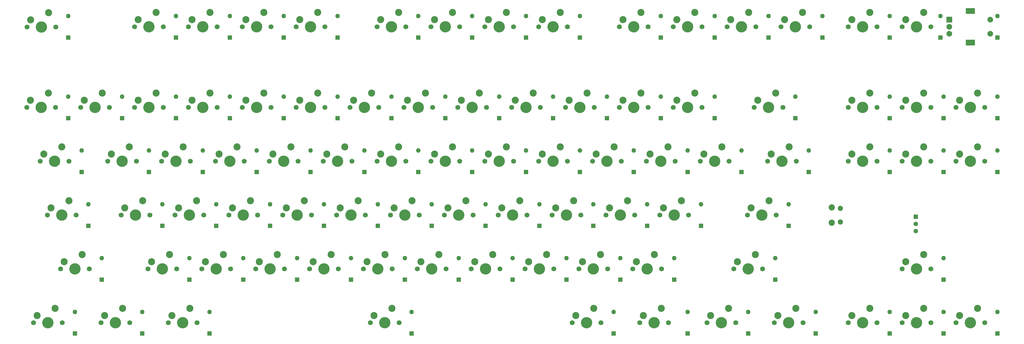
<source format=gbr>
%TF.GenerationSoftware,KiCad,Pcbnew,9.0.6*%
%TF.CreationDate,2025-12-11T01:20:01-06:00*%
%TF.ProjectId,KeyboardPCB,4b657962-6f61-4726-9450-43422e6b6963,rev?*%
%TF.SameCoordinates,Original*%
%TF.FileFunction,Soldermask,Top*%
%TF.FilePolarity,Negative*%
%FSLAX46Y46*%
G04 Gerber Fmt 4.6, Leading zero omitted, Abs format (unit mm)*
G04 Created by KiCad (PCBNEW 9.0.6) date 2025-12-11 01:20:01*
%MOMM*%
%LPD*%
G01*
G04 APERTURE LIST*
G04 Aperture macros list*
%AMRoundRect*
0 Rectangle with rounded corners*
0 $1 Rounding radius*
0 $2 $3 $4 $5 $6 $7 $8 $9 X,Y pos of 4 corners*
0 Add a 4 corners polygon primitive as box body*
4,1,4,$2,$3,$4,$5,$6,$7,$8,$9,$2,$3,0*
0 Add four circle primitives for the rounded corners*
1,1,$1+$1,$2,$3*
1,1,$1+$1,$4,$5*
1,1,$1+$1,$6,$7*
1,1,$1+$1,$8,$9*
0 Add four rect primitives between the rounded corners*
20,1,$1+$1,$2,$3,$4,$5,0*
20,1,$1+$1,$4,$5,$6,$7,0*
20,1,$1+$1,$6,$7,$8,$9,0*
20,1,$1+$1,$8,$9,$2,$3,0*%
G04 Aperture macros list end*
%ADD10C,1.750000*%
%ADD11C,4.000000*%
%ADD12C,2.500000*%
%ADD13R,2.000000X2.000000*%
%ADD14C,2.000000*%
%ADD15R,3.200000X2.000000*%
%ADD16R,1.600000X1.600000*%
%ADD17O,1.600000X1.600000*%
%ADD18C,2.200000*%
%ADD19C,1.850000*%
%ADD20RoundRect,0.200000X-0.600000X0.600000X-0.600000X-0.600000X0.600000X-0.600000X0.600000X0.600000X0*%
%ADD21C,1.600000*%
G04 APERTURE END LIST*
D10*
%TO.C,S19*%
X67945000Y-63500000D03*
D11*
X73025000Y-63500000D03*
D10*
X78105000Y-63500000D03*
D12*
X69215000Y-60960000D03*
X75565000Y-58420000D03*
%TD*%
D10*
%TO.C,S26*%
X201295000Y-63500000D03*
D11*
X206375000Y-63500000D03*
D10*
X211455000Y-63500000D03*
D12*
X202565000Y-60960000D03*
X208915000Y-58420000D03*
%TD*%
D10*
%TO.C,S50*%
X358457500Y-82550000D03*
D11*
X363537500Y-82550000D03*
D10*
X368617500Y-82550000D03*
D12*
X359727500Y-80010000D03*
X366077500Y-77470000D03*
%TD*%
D10*
%TO.C,S18*%
X48895000Y-63500000D03*
D11*
X53975000Y-63500000D03*
D10*
X59055000Y-63500000D03*
D12*
X50165000Y-60960000D03*
X56515000Y-58420000D03*
%TD*%
D10*
%TO.C,S20*%
X86995000Y-63500000D03*
D11*
X92075000Y-63500000D03*
D10*
X97155000Y-63500000D03*
D12*
X88265000Y-60960000D03*
X94615000Y-58420000D03*
%TD*%
D10*
%TO.C,S31*%
X320357500Y-63500000D03*
D11*
X325437500Y-63500000D03*
D10*
X330517500Y-63500000D03*
D12*
X321627500Y-60960000D03*
X327977500Y-58420000D03*
%TD*%
D10*
%TO.C,S12*%
X277495000Y-34925000D03*
D11*
X282575000Y-34925000D03*
D10*
X287655000Y-34925000D03*
D12*
X278765000Y-32385000D03*
X285115000Y-29845000D03*
%TD*%
D10*
%TO.C,S11*%
X258445000Y-34925000D03*
D11*
X263525000Y-34925000D03*
D10*
X268605000Y-34925000D03*
D12*
X259715000Y-32385000D03*
X266065000Y-29845000D03*
%TD*%
D10*
%TO.C,S34*%
X34607500Y-82550000D03*
D11*
X39687500Y-82550000D03*
D10*
X44767500Y-82550000D03*
D12*
X35877500Y-80010000D03*
X42227500Y-77470000D03*
%TD*%
D10*
%TO.C,S65*%
X72707500Y-120650000D03*
D11*
X77787500Y-120650000D03*
D10*
X82867500Y-120650000D03*
D12*
X73977500Y-118110000D03*
X80327500Y-115570000D03*
%TD*%
D10*
%TO.C,S84*%
X294163750Y-139700000D03*
D11*
X299243750Y-139700000D03*
D10*
X304323750Y-139700000D03*
D12*
X295433750Y-137160000D03*
X301783750Y-134620000D03*
%TD*%
D10*
%TO.C,S38*%
X115570000Y-82550000D03*
D11*
X120650000Y-82550000D03*
D10*
X125730000Y-82550000D03*
D12*
X116840000Y-80010000D03*
X123190000Y-77470000D03*
%TD*%
D10*
%TO.C,S56*%
X139382500Y-101600000D03*
D11*
X144462500Y-101600000D03*
D10*
X149542500Y-101600000D03*
D12*
X140652500Y-99060000D03*
X147002500Y-96520000D03*
%TD*%
D10*
%TO.C,S3*%
X86995000Y-34925000D03*
D11*
X92075000Y-34925000D03*
D10*
X97155000Y-34925000D03*
D12*
X88265000Y-32385000D03*
X94615000Y-29845000D03*
%TD*%
D10*
%TO.C,S5*%
X125095000Y-34925000D03*
D11*
X130175000Y-34925000D03*
D10*
X135255000Y-34925000D03*
D12*
X126365000Y-32385000D03*
X132715000Y-29845000D03*
%TD*%
D10*
%TO.C,S75*%
X279876250Y-120650000D03*
D11*
X284956250Y-120650000D03*
D10*
X290036250Y-120650000D03*
D12*
X281146250Y-118110000D03*
X287496250Y-115570000D03*
%TD*%
D10*
%TO.C,S43*%
X210820000Y-82550000D03*
D11*
X215900000Y-82550000D03*
D10*
X220980000Y-82550000D03*
D12*
X212090000Y-80010000D03*
X218440000Y-77470000D03*
%TD*%
D10*
%TO.C,S69*%
X148907500Y-120650000D03*
D11*
X153987500Y-120650000D03*
D10*
X159067500Y-120650000D03*
D12*
X150177500Y-118110000D03*
X156527500Y-115570000D03*
%TD*%
D10*
%TO.C,S40*%
X153670000Y-82550000D03*
D11*
X158750000Y-82550000D03*
D10*
X163830000Y-82550000D03*
D12*
X154940000Y-80010000D03*
X161290000Y-77470000D03*
%TD*%
D10*
%TO.C,S87*%
X358457500Y-139700000D03*
D11*
X363537500Y-139700000D03*
D10*
X368617500Y-139700000D03*
D12*
X359727500Y-137160000D03*
X366077500Y-134620000D03*
%TD*%
D10*
%TO.C,S60*%
X215582500Y-101600000D03*
D11*
X220662500Y-101600000D03*
D10*
X225742500Y-101600000D03*
D12*
X216852500Y-99060000D03*
X223202500Y-96520000D03*
%TD*%
D10*
%TO.C,S67*%
X110807500Y-120650000D03*
D11*
X115887500Y-120650000D03*
D10*
X120967500Y-120650000D03*
D12*
X112077500Y-118110000D03*
X118427500Y-115570000D03*
%TD*%
D10*
%TO.C,S41*%
X172720000Y-82550000D03*
D11*
X177800000Y-82550000D03*
D10*
X182880000Y-82550000D03*
D12*
X173990000Y-80010000D03*
X180340000Y-77470000D03*
%TD*%
D10*
%TO.C,S59*%
X196532500Y-101600000D03*
D11*
X201612500Y-101600000D03*
D10*
X206692500Y-101600000D03*
D12*
X197802500Y-99060000D03*
X204152500Y-96520000D03*
%TD*%
D10*
%TO.C,S35*%
X58420000Y-82550000D03*
D11*
X63500000Y-82550000D03*
D10*
X68580000Y-82550000D03*
D12*
X59690000Y-80010000D03*
X66040000Y-77470000D03*
%TD*%
D10*
%TO.C,S22*%
X125095000Y-63500000D03*
D11*
X130175000Y-63500000D03*
D10*
X135255000Y-63500000D03*
D12*
X126365000Y-60960000D03*
X132715000Y-58420000D03*
%TD*%
D10*
%TO.C,S64*%
X41751250Y-120650000D03*
D11*
X46831250Y-120650000D03*
D10*
X51911250Y-120650000D03*
D12*
X43021250Y-118110000D03*
X49371250Y-115570000D03*
%TD*%
D10*
%TO.C,S1*%
X29955000Y-34990000D03*
D11*
X35035000Y-34990000D03*
D10*
X40115000Y-34990000D03*
D12*
X31225000Y-32450000D03*
X37575000Y-29910000D03*
%TD*%
D10*
%TO.C,S8*%
X191770000Y-34925000D03*
D11*
X196850000Y-34925000D03*
D10*
X201930000Y-34925000D03*
D12*
X193040000Y-32385000D03*
X199390000Y-29845000D03*
%TD*%
D10*
%TO.C,S73*%
X225107500Y-120650000D03*
D11*
X230187500Y-120650000D03*
D10*
X235267500Y-120650000D03*
D12*
X226377500Y-118110000D03*
X232727500Y-115570000D03*
%TD*%
D10*
%TO.C,S63*%
X284638750Y-101600000D03*
D11*
X289718750Y-101600000D03*
D10*
X294798750Y-101600000D03*
D12*
X285908750Y-99060000D03*
X292258750Y-96520000D03*
%TD*%
D10*
%TO.C,S32*%
X339407500Y-63500000D03*
D11*
X344487500Y-63500000D03*
D10*
X349567500Y-63500000D03*
D12*
X340677500Y-60960000D03*
X347027500Y-58420000D03*
%TD*%
D10*
%TO.C,S78*%
X56038750Y-139700000D03*
D11*
X61118750Y-139700000D03*
D10*
X66198750Y-139700000D03*
D12*
X57308750Y-137160000D03*
X63658750Y-134620000D03*
%TD*%
D10*
%TO.C,S27*%
X220345000Y-63500000D03*
D11*
X225425000Y-63500000D03*
D10*
X230505000Y-63500000D03*
D12*
X221615000Y-60960000D03*
X227965000Y-58420000D03*
%TD*%
D10*
%TO.C,S76*%
X339407500Y-120650000D03*
D11*
X344487500Y-120650000D03*
D10*
X349567500Y-120650000D03*
D12*
X340677500Y-118110000D03*
X347027500Y-115570000D03*
%TD*%
D10*
%TO.C,S72*%
X206057500Y-120650000D03*
D11*
X211137500Y-120650000D03*
D10*
X216217500Y-120650000D03*
D12*
X207327500Y-118110000D03*
X213677500Y-115570000D03*
%TD*%
D10*
%TO.C,S23*%
X144145000Y-63500000D03*
D11*
X149225000Y-63500000D03*
D10*
X154305000Y-63500000D03*
D12*
X145415000Y-60960000D03*
X151765000Y-58420000D03*
%TD*%
D10*
%TO.C,S52*%
X63182500Y-101600000D03*
D11*
X68262500Y-101600000D03*
D10*
X73342500Y-101600000D03*
D12*
X64452500Y-99060000D03*
X70802500Y-96520000D03*
%TD*%
D10*
%TO.C,S37*%
X96520000Y-82550000D03*
D11*
X101600000Y-82550000D03*
D10*
X106680000Y-82550000D03*
D12*
X97790000Y-80010000D03*
X104140000Y-77470000D03*
%TD*%
D10*
%TO.C,S4*%
X106045000Y-34925000D03*
D11*
X111125000Y-34925000D03*
D10*
X116205000Y-34925000D03*
D12*
X107315000Y-32385000D03*
X113665000Y-29845000D03*
%TD*%
D10*
%TO.C,S62*%
X253682500Y-101600000D03*
D11*
X258762500Y-101600000D03*
D10*
X263842500Y-101600000D03*
D12*
X254952500Y-99060000D03*
X261302500Y-96520000D03*
%TD*%
D10*
%TO.C,S81*%
X222726250Y-139700000D03*
D11*
X227806250Y-139700000D03*
D10*
X232886250Y-139700000D03*
D12*
X223996250Y-137160000D03*
X230346250Y-134620000D03*
%TD*%
D10*
%TO.C,S13*%
X296545000Y-34925000D03*
D11*
X301625000Y-34925000D03*
D10*
X306705000Y-34925000D03*
D12*
X297815000Y-32385000D03*
X304165000Y-29845000D03*
%TD*%
D10*
%TO.C,S85*%
X320357500Y-139700000D03*
D11*
X325437500Y-139700000D03*
D10*
X330517500Y-139700000D03*
D12*
X321627500Y-137160000D03*
X327977500Y-134620000D03*
%TD*%
D10*
%TO.C,S70*%
X167957500Y-120650000D03*
D11*
X173037500Y-120650000D03*
D10*
X178117500Y-120650000D03*
D12*
X169227500Y-118110000D03*
X175577500Y-115570000D03*
%TD*%
D10*
%TO.C,S74*%
X244157500Y-120650000D03*
D11*
X249237500Y-120650000D03*
D10*
X254317500Y-120650000D03*
D12*
X245427500Y-118110000D03*
X251777500Y-115570000D03*
%TD*%
D10*
%TO.C,S82*%
X246538750Y-139700000D03*
D11*
X251618750Y-139700000D03*
D10*
X256698750Y-139700000D03*
D12*
X247808750Y-137160000D03*
X254158750Y-134620000D03*
%TD*%
D10*
%TO.C,S17*%
X29845000Y-63500000D03*
D11*
X34925000Y-63500000D03*
D10*
X40005000Y-63500000D03*
D12*
X31115000Y-60960000D03*
X37465000Y-58420000D03*
%TD*%
D10*
%TO.C,S58*%
X177482500Y-101600000D03*
D11*
X182562500Y-101600000D03*
D10*
X187642500Y-101600000D03*
D12*
X178752500Y-99060000D03*
X185102500Y-96520000D03*
%TD*%
D10*
%TO.C,S7*%
X172720000Y-34925000D03*
D11*
X177800000Y-34925000D03*
D10*
X182880000Y-34925000D03*
D12*
X173990000Y-32385000D03*
X180340000Y-29845000D03*
%TD*%
D10*
%TO.C,S71*%
X187007500Y-120650000D03*
D11*
X192087500Y-120650000D03*
D10*
X197167500Y-120650000D03*
D12*
X188277500Y-118110000D03*
X194627500Y-115570000D03*
%TD*%
D10*
%TO.C,S42*%
X191770000Y-82550000D03*
D11*
X196850000Y-82550000D03*
D10*
X201930000Y-82550000D03*
D12*
X193040000Y-80010000D03*
X199390000Y-77470000D03*
%TD*%
D10*
%TO.C,S80*%
X151288750Y-139700000D03*
D11*
X156368750Y-139700000D03*
D10*
X161448750Y-139700000D03*
D12*
X152558750Y-137160000D03*
X158908750Y-134620000D03*
%TD*%
D10*
%TO.C,S14*%
X320357500Y-34925000D03*
D11*
X325437500Y-34925000D03*
D10*
X330517500Y-34925000D03*
D12*
X321627500Y-32385000D03*
X327977500Y-29845000D03*
%TD*%
D10*
%TO.C,S28*%
X239395000Y-63500000D03*
D11*
X244475000Y-63500000D03*
D10*
X249555000Y-63500000D03*
D12*
X240665000Y-60960000D03*
X247015000Y-58420000D03*
%TD*%
D10*
%TO.C,S57*%
X158432500Y-101600000D03*
D11*
X163512500Y-101600000D03*
D10*
X168592500Y-101600000D03*
D12*
X159702500Y-99060000D03*
X166052500Y-96520000D03*
%TD*%
D10*
%TO.C,S79*%
X79851250Y-139700000D03*
D11*
X84931250Y-139700000D03*
D10*
X90011250Y-139700000D03*
D12*
X81121250Y-137160000D03*
X87471250Y-134620000D03*
%TD*%
D10*
%TO.C,S49*%
X339407500Y-82550000D03*
D11*
X344487500Y-82550000D03*
D10*
X349567500Y-82550000D03*
D12*
X340677500Y-80010000D03*
X347027500Y-77470000D03*
%TD*%
D10*
%TO.C,S54*%
X101282500Y-101600000D03*
D11*
X106362500Y-101600000D03*
D10*
X111442500Y-101600000D03*
D12*
X102552500Y-99060000D03*
X108902500Y-96520000D03*
%TD*%
D10*
%TO.C,S44*%
X229870000Y-82550000D03*
D11*
X234950000Y-82550000D03*
D10*
X240030000Y-82550000D03*
D12*
X231140000Y-80010000D03*
X237490000Y-77470000D03*
%TD*%
D10*
%TO.C,S6*%
X153670000Y-34925000D03*
D11*
X158750000Y-34925000D03*
D10*
X163830000Y-34925000D03*
D12*
X154940000Y-32385000D03*
X161290000Y-29845000D03*
%TD*%
D10*
%TO.C,S33*%
X358457500Y-63500000D03*
D11*
X363537500Y-63500000D03*
D10*
X368617500Y-63500000D03*
D12*
X359727500Y-60960000D03*
X366077500Y-58420000D03*
%TD*%
D10*
%TO.C,S77*%
X32226250Y-139700000D03*
D11*
X37306250Y-139700000D03*
D10*
X42386250Y-139700000D03*
D12*
X33496250Y-137160000D03*
X39846250Y-134620000D03*
%TD*%
D10*
%TO.C,S30*%
X287020000Y-63500000D03*
D11*
X292100000Y-63500000D03*
D10*
X297180000Y-63500000D03*
D12*
X288290000Y-60960000D03*
X294640000Y-58420000D03*
%TD*%
D10*
%TO.C,S66*%
X91757500Y-120650000D03*
D11*
X96837500Y-120650000D03*
D10*
X101917500Y-120650000D03*
D12*
X93027500Y-118110000D03*
X99377500Y-115570000D03*
%TD*%
D10*
%TO.C,S55*%
X120332500Y-101600000D03*
D11*
X125412500Y-101600000D03*
D10*
X130492500Y-101600000D03*
D12*
X121602500Y-99060000D03*
X127952500Y-96520000D03*
%TD*%
D10*
%TO.C,S86*%
X339407500Y-139700000D03*
D11*
X344487500Y-139700000D03*
D10*
X349567500Y-139700000D03*
D12*
X340677500Y-137160000D03*
X347027500Y-134620000D03*
%TD*%
D10*
%TO.C,S24*%
X163195000Y-63500000D03*
D11*
X168275000Y-63500000D03*
D10*
X173355000Y-63500000D03*
D12*
X164465000Y-60960000D03*
X170815000Y-58420000D03*
%TD*%
D10*
%TO.C,S25*%
X182245000Y-63500000D03*
D11*
X187325000Y-63500000D03*
D10*
X192405000Y-63500000D03*
D12*
X183515000Y-60960000D03*
X189865000Y-58420000D03*
%TD*%
D10*
%TO.C,S21*%
X106045000Y-63500000D03*
D11*
X111125000Y-63500000D03*
D10*
X116205000Y-63500000D03*
D12*
X107315000Y-60960000D03*
X113665000Y-58420000D03*
%TD*%
D10*
%TO.C,S2*%
X67945000Y-34925000D03*
D11*
X73025000Y-34925000D03*
D10*
X78105000Y-34925000D03*
D12*
X69215000Y-32385000D03*
X75565000Y-29845000D03*
%TD*%
D10*
%TO.C,S10*%
X239395000Y-34925000D03*
D11*
X244475000Y-34925000D03*
D10*
X249555000Y-34925000D03*
D12*
X240665000Y-32385000D03*
X247015000Y-29845000D03*
%TD*%
D10*
%TO.C,S46*%
X267970000Y-82550000D03*
D11*
X273050000Y-82550000D03*
D10*
X278130000Y-82550000D03*
D12*
X269240000Y-80010000D03*
X275590000Y-77470000D03*
%TD*%
D10*
%TO.C,S51*%
X37120000Y-101600000D03*
D11*
X42200000Y-101600000D03*
D10*
X47280000Y-101600000D03*
D12*
X38390000Y-99060000D03*
X44740000Y-96520000D03*
%TD*%
D10*
%TO.C,S83*%
X270351250Y-139700000D03*
D11*
X275431250Y-139700000D03*
D10*
X280511250Y-139700000D03*
D12*
X271621250Y-137160000D03*
X277971250Y-134620000D03*
%TD*%
D10*
%TO.C,S48*%
X320357500Y-82550000D03*
D11*
X325437500Y-82550000D03*
D10*
X330517500Y-82550000D03*
D12*
X321627500Y-80010000D03*
X327977500Y-77470000D03*
%TD*%
D10*
%TO.C,S45*%
X248920000Y-82550000D03*
D11*
X254000000Y-82550000D03*
D10*
X259080000Y-82550000D03*
D12*
X250190000Y-80010000D03*
X256540000Y-77470000D03*
%TD*%
D10*
%TO.C,S53*%
X82232500Y-101600000D03*
D11*
X87312500Y-101600000D03*
D10*
X92392500Y-101600000D03*
D12*
X83502500Y-99060000D03*
X89852500Y-96520000D03*
%TD*%
D10*
%TO.C,S36*%
X77470000Y-82550000D03*
D11*
X82550000Y-82550000D03*
D10*
X87630000Y-82550000D03*
D12*
X78740000Y-80010000D03*
X85090000Y-77470000D03*
%TD*%
D10*
%TO.C,S9*%
X210820000Y-34925000D03*
D11*
X215900000Y-34925000D03*
D10*
X220980000Y-34925000D03*
D12*
X212090000Y-32385000D03*
X218440000Y-29845000D03*
%TD*%
D10*
%TO.C,S15*%
X339407500Y-34925000D03*
D11*
X344487500Y-34925000D03*
D10*
X349567500Y-34925000D03*
D12*
X340677500Y-32385000D03*
X347027500Y-29845000D03*
%TD*%
D10*
%TO.C,S68*%
X129857500Y-120650000D03*
D11*
X134937500Y-120650000D03*
D10*
X140017500Y-120650000D03*
D12*
X131127500Y-118110000D03*
X137477500Y-115570000D03*
%TD*%
D10*
%TO.C,S39*%
X134620000Y-82550000D03*
D11*
X139700000Y-82550000D03*
D10*
X144780000Y-82550000D03*
D12*
X135890000Y-80010000D03*
X142240000Y-77470000D03*
%TD*%
D13*
%TO.C,SW0*%
X356037500Y-32425000D03*
D14*
X356037500Y-37425000D03*
X356037500Y-34925000D03*
D15*
X363537500Y-29325000D03*
X363537500Y-40525000D03*
D14*
X370537500Y-37425000D03*
X370537500Y-32425000D03*
%TD*%
D10*
%TO.C,S29*%
X258445000Y-63500000D03*
D11*
X263525000Y-63500000D03*
D10*
X268605000Y-63500000D03*
D12*
X259715000Y-60960000D03*
X266065000Y-58420000D03*
%TD*%
D10*
%TO.C,S47*%
X291782500Y-82550000D03*
D11*
X296862500Y-82550000D03*
D10*
X301942500Y-82550000D03*
D12*
X293052500Y-80010000D03*
X299402500Y-77470000D03*
%TD*%
D10*
%TO.C,S61*%
X234632500Y-101600000D03*
D11*
X239712500Y-101600000D03*
D10*
X244792500Y-101600000D03*
D12*
X235902500Y-99060000D03*
X242252500Y-96520000D03*
%TD*%
D16*
%TO.C,D37*%
X111125000Y-86360000D03*
D17*
X111125000Y-78740000D03*
%TD*%
D16*
%TO.C,D11*%
X273050000Y-38735000D03*
D17*
X273050000Y-31115000D03*
%TD*%
D16*
%TO.C,D19*%
X82550000Y-67310000D03*
D17*
X82550000Y-59690000D03*
%TD*%
D16*
%TO.C,D25*%
X196850000Y-67310000D03*
D17*
X196850000Y-59690000D03*
%TD*%
D16*
%TO.C,D26*%
X215900000Y-67310000D03*
D17*
X215900000Y-59690000D03*
%TD*%
D16*
%TO.C,D2*%
X82550000Y-38735000D03*
D17*
X82550000Y-31115000D03*
%TD*%
D16*
%TO.C,D33*%
X373062500Y-67310000D03*
D17*
X373062500Y-59690000D03*
%TD*%
D16*
%TO.C,D71*%
X201612500Y-124460000D03*
D17*
X201612500Y-116840000D03*
%TD*%
D16*
%TO.C,D22*%
X139700000Y-67310000D03*
D17*
X139700000Y-59690000D03*
%TD*%
D16*
%TO.C,D42*%
X206375000Y-86360000D03*
D17*
X206375000Y-78740000D03*
%TD*%
D16*
%TO.C,D38*%
X130175000Y-86360000D03*
D17*
X130175000Y-78740000D03*
%TD*%
D16*
%TO.C,D54*%
X115887500Y-105410000D03*
D17*
X115887500Y-97790000D03*
%TD*%
D16*
%TO.C,D4*%
X120650000Y-38735000D03*
D17*
X120650000Y-31115000D03*
%TD*%
D16*
%TO.C,D61*%
X249237500Y-105410000D03*
D17*
X249237500Y-97790000D03*
%TD*%
D16*
%TO.C,D85*%
X334962500Y-143510000D03*
D17*
X334962500Y-135890000D03*
%TD*%
D16*
%TO.C,D36*%
X92075000Y-86360000D03*
D17*
X92075000Y-78740000D03*
%TD*%
D16*
%TO.C,D87*%
X373062500Y-143510000D03*
D17*
X373062500Y-135890000D03*
%TD*%
D16*
%TO.C,D3*%
X101600000Y-38735000D03*
D17*
X101600000Y-31115000D03*
%TD*%
D16*
%TO.C,D14*%
X334962500Y-38735000D03*
D17*
X334962500Y-31115000D03*
%TD*%
D16*
%TO.C,D55*%
X134937500Y-105410000D03*
D17*
X134937500Y-97790000D03*
%TD*%
D16*
%TO.C,D62*%
X268287500Y-105410000D03*
D17*
X268287500Y-97790000D03*
%TD*%
D16*
%TO.C,D27*%
X234950000Y-67310000D03*
D17*
X234950000Y-59690000D03*
%TD*%
D16*
%TO.C,D30*%
X301625000Y-67310000D03*
D17*
X301625000Y-59690000D03*
%TD*%
D16*
%TO.C,D31*%
X334962500Y-67310000D03*
D17*
X334962500Y-59690000D03*
%TD*%
D16*
%TO.C,D77*%
X46831250Y-143510000D03*
D17*
X46831250Y-135890000D03*
%TD*%
D16*
%TO.C,D66*%
X106362500Y-124460000D03*
D17*
X106362500Y-116840000D03*
%TD*%
D16*
%TO.C,D12*%
X292100000Y-38735000D03*
D17*
X292100000Y-31115000D03*
%TD*%
D18*
%TO.C,A0*%
X314455000Y-98875000D03*
D19*
X317485000Y-99175000D03*
X317485000Y-104025000D03*
D18*
X314455000Y-104325000D03*
D20*
X344155000Y-102184100D03*
D21*
X344155000Y-104724100D03*
X344155000Y-107264100D03*
%TD*%
D16*
%TO.C,D73*%
X239712500Y-124460000D03*
D17*
X239712500Y-116840000D03*
%TD*%
D16*
%TO.C,D75*%
X294481250Y-124460000D03*
D17*
X294481250Y-116840000D03*
%TD*%
D16*
%TO.C,D29*%
X273050000Y-67310000D03*
D17*
X273050000Y-59690000D03*
%TD*%
D16*
%TO.C,D82*%
X263525000Y-143510000D03*
D17*
X263525000Y-135890000D03*
%TD*%
D16*
%TO.C,D6*%
X168275000Y-38735000D03*
D17*
X168275000Y-31115000D03*
%TD*%
D16*
%TO.C,D10*%
X254000000Y-38735000D03*
D17*
X254000000Y-31115000D03*
%TD*%
D16*
%TO.C,D41*%
X187325000Y-86360000D03*
D17*
X187325000Y-78740000D03*
%TD*%
D16*
%TO.C,D60*%
X230187500Y-105410000D03*
D17*
X230187500Y-97790000D03*
%TD*%
D16*
%TO.C,D81*%
X237331250Y-143510000D03*
D17*
X237331250Y-135890000D03*
%TD*%
D16*
%TO.C,D28*%
X254000000Y-67310000D03*
D17*
X254000000Y-59690000D03*
%TD*%
D16*
%TO.C,D46*%
X282575000Y-86360000D03*
D17*
X282575000Y-78740000D03*
%TD*%
D16*
%TO.C,D8*%
X206375000Y-38735000D03*
D17*
X206375000Y-31115000D03*
%TD*%
D16*
%TO.C,D65*%
X87312500Y-124460000D03*
D17*
X87312500Y-116840000D03*
%TD*%
D16*
%TO.C,D53*%
X96837500Y-105410000D03*
D17*
X96837500Y-97790000D03*
%TD*%
D16*
%TO.C,D78*%
X70643750Y-143510000D03*
D17*
X70643750Y-135890000D03*
%TD*%
D16*
%TO.C,D13*%
X311150000Y-38735000D03*
D17*
X311150000Y-31115000D03*
%TD*%
D16*
%TO.C,D69*%
X163512500Y-124460000D03*
D17*
X163512500Y-116840000D03*
%TD*%
D16*
%TO.C,D52*%
X77787500Y-105410000D03*
D17*
X77787500Y-97790000D03*
%TD*%
D16*
%TO.C,D45*%
X263525000Y-86360000D03*
D17*
X263525000Y-78740000D03*
%TD*%
D16*
%TO.C,D50*%
X373062500Y-86360000D03*
D17*
X373062500Y-78740000D03*
%TD*%
D16*
%TO.C,D80*%
X165893750Y-143510000D03*
D17*
X165893750Y-135890000D03*
%TD*%
D16*
%TO.C,D35*%
X73025000Y-86360000D03*
D17*
X73025000Y-78740000D03*
%TD*%
D16*
%TO.C,D23*%
X158750000Y-67310000D03*
D17*
X158750000Y-59690000D03*
%TD*%
D16*
%TO.C,D9*%
X225425000Y-38735000D03*
D17*
X225425000Y-31115000D03*
%TD*%
D16*
%TO.C,D76*%
X354012500Y-124460000D03*
D17*
X354012500Y-116840000D03*
%TD*%
D16*
%TO.C,D72*%
X220662500Y-124460000D03*
D17*
X220662500Y-116840000D03*
%TD*%
D16*
%TO.C,D57*%
X173037500Y-105410000D03*
D17*
X173037500Y-97790000D03*
%TD*%
D16*
%TO.C,D1*%
X44450000Y-38735000D03*
D17*
X44450000Y-31115000D03*
%TD*%
D16*
%TO.C,D20*%
X101600000Y-67310000D03*
D17*
X101600000Y-59690000D03*
%TD*%
D16*
%TO.C,D21*%
X120650000Y-67310000D03*
D17*
X120650000Y-59690000D03*
%TD*%
D16*
%TO.C,D32*%
X354012500Y-67310000D03*
D17*
X354012500Y-59690000D03*
%TD*%
D16*
%TO.C,D58*%
X192087500Y-105410000D03*
D17*
X192087500Y-97790000D03*
%TD*%
D16*
%TO.C,D43*%
X225425000Y-86360000D03*
D17*
X225425000Y-78740000D03*
%TD*%
D16*
%TO.C,D47*%
X306387500Y-86360000D03*
D17*
X306387500Y-78740000D03*
%TD*%
D16*
%TO.C,D18*%
X63500000Y-67310000D03*
D17*
X63500000Y-59690000D03*
%TD*%
D16*
%TO.C,D64*%
X56356250Y-124460000D03*
D17*
X56356250Y-116840000D03*
%TD*%
D16*
%TO.C,D49*%
X354012500Y-86360000D03*
D17*
X354012500Y-78740000D03*
%TD*%
D16*
%TO.C,D16*%
X373062500Y-38735000D03*
D17*
X373062500Y-31115000D03*
%TD*%
D16*
%TO.C,D51*%
X51593750Y-105410000D03*
D17*
X51593750Y-97790000D03*
%TD*%
D16*
%TO.C,D15*%
X352900000Y-38735000D03*
D17*
X352900000Y-31115000D03*
%TD*%
D16*
%TO.C,D39*%
X149225000Y-86360000D03*
D17*
X149225000Y-78740000D03*
%TD*%
D16*
%TO.C,D59*%
X211137500Y-105410000D03*
D17*
X211137500Y-97790000D03*
%TD*%
D16*
%TO.C,D67*%
X125412500Y-124460000D03*
D17*
X125412500Y-116840000D03*
%TD*%
D16*
%TO.C,D34*%
X49212500Y-86360000D03*
D17*
X49212500Y-78740000D03*
%TD*%
D16*
%TO.C,D63*%
X299243750Y-105410000D03*
D17*
X299243750Y-97790000D03*
%TD*%
D16*
%TO.C,D24*%
X177800000Y-67310000D03*
D17*
X177800000Y-59690000D03*
%TD*%
D16*
%TO.C,D68*%
X144462500Y-124460000D03*
D17*
X144462500Y-116840000D03*
%TD*%
D16*
%TO.C,D84*%
X308768750Y-143510000D03*
D17*
X308768750Y-135890000D03*
%TD*%
D16*
%TO.C,D5*%
X139700000Y-38735000D03*
D17*
X139700000Y-31115000D03*
%TD*%
D16*
%TO.C,D44*%
X244475000Y-86360000D03*
D17*
X244475000Y-78740000D03*
%TD*%
D16*
%TO.C,D56*%
X153987500Y-105410000D03*
D17*
X153987500Y-97790000D03*
%TD*%
D16*
%TO.C,D74*%
X258762500Y-124460000D03*
D17*
X258762500Y-116840000D03*
%TD*%
D16*
%TO.C,D86*%
X354012500Y-143510000D03*
D17*
X354012500Y-135890000D03*
%TD*%
D16*
%TO.C,D79*%
X94456250Y-143510000D03*
D17*
X94456250Y-135890000D03*
%TD*%
D16*
%TO.C,D70*%
X182562500Y-124460000D03*
D17*
X182562500Y-116840000D03*
%TD*%
D16*
%TO.C,D48*%
X334962500Y-86360000D03*
D17*
X334962500Y-78740000D03*
%TD*%
D16*
%TO.C,D17*%
X44450000Y-67310000D03*
D17*
X44450000Y-59690000D03*
%TD*%
D16*
%TO.C,D7*%
X187325000Y-38735000D03*
D17*
X187325000Y-31115000D03*
%TD*%
D16*
%TO.C,D40*%
X168275000Y-86360000D03*
D17*
X168275000Y-78740000D03*
%TD*%
D16*
%TO.C,D83*%
X284956250Y-143510000D03*
D17*
X284956250Y-135890000D03*
%TD*%
M02*

</source>
